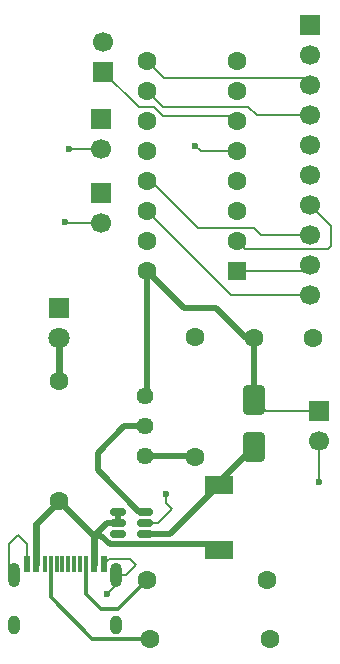
<source format=gbr>
%TF.GenerationSoftware,KiCad,Pcbnew,9.0.7*%
%TF.CreationDate,2026-02-13T16:28:25+02:00*%
%TF.ProjectId,second,7365636f-6e64-42e6-9b69-6361645f7063,rev?*%
%TF.SameCoordinates,Original*%
%TF.FileFunction,Copper,L1,Top*%
%TF.FilePolarity,Positive*%
%FSLAX46Y46*%
G04 Gerber Fmt 4.6, Leading zero omitted, Abs format (unit mm)*
G04 Created by KiCad (PCBNEW 9.0.7) date 2026-02-13 16:28:25*
%MOMM*%
%LPD*%
G01*
G04 APERTURE LIST*
G04 Aperture macros list*
%AMRoundRect*
0 Rectangle with rounded corners*
0 $1 Rounding radius*
0 $2 $3 $4 $5 $6 $7 $8 $9 X,Y pos of 4 corners*
0 Add a 4 corners polygon primitive as box body*
4,1,4,$2,$3,$4,$5,$6,$7,$8,$9,$2,$3,0*
0 Add four circle primitives for the rounded corners*
1,1,$1+$1,$2,$3*
1,1,$1+$1,$4,$5*
1,1,$1+$1,$6,$7*
1,1,$1+$1,$8,$9*
0 Add four rect primitives between the rounded corners*
20,1,$1+$1,$2,$3,$4,$5,0*
20,1,$1+$1,$4,$5,$6,$7,0*
20,1,$1+$1,$6,$7,$8,$9,0*
20,1,$1+$1,$8,$9,$2,$3,0*%
G04 Aperture macros list end*
%TA.AperFunction,ComponentPad*%
%ADD10R,1.700000X1.700000*%
%TD*%
%TA.AperFunction,ComponentPad*%
%ADD11C,1.700000*%
%TD*%
%TA.AperFunction,SMDPad,CuDef*%
%ADD12RoundRect,0.150000X0.512500X0.150000X-0.512500X0.150000X-0.512500X-0.150000X0.512500X-0.150000X0*%
%TD*%
%TA.AperFunction,SMDPad,CuDef*%
%ADD13R,2.400000X1.500000*%
%TD*%
%TA.AperFunction,ComponentPad*%
%ADD14C,1.600000*%
%TD*%
%TA.AperFunction,SMDPad,CuDef*%
%ADD15RoundRect,0.250000X-0.650000X1.000000X-0.650000X-1.000000X0.650000X-1.000000X0.650000X1.000000X0*%
%TD*%
%TA.AperFunction,SMDPad,CuDef*%
%ADD16R,0.600000X1.450000*%
%TD*%
%TA.AperFunction,SMDPad,CuDef*%
%ADD17R,0.300000X1.450000*%
%TD*%
%TA.AperFunction,HeatsinkPad*%
%ADD18O,1.000000X2.100000*%
%TD*%
%TA.AperFunction,HeatsinkPad*%
%ADD19O,1.000000X1.600000*%
%TD*%
%TA.AperFunction,ComponentPad*%
%ADD20C,1.440000*%
%TD*%
%TA.AperFunction,ComponentPad*%
%ADD21R,1.800000X1.800000*%
%TD*%
%TA.AperFunction,ComponentPad*%
%ADD22C,1.800000*%
%TD*%
%TA.AperFunction,ComponentPad*%
%ADD23RoundRect,0.250000X0.550000X0.550000X-0.550000X0.550000X-0.550000X-0.550000X0.550000X-0.550000X0*%
%TD*%
%TA.AperFunction,ViaPad*%
%ADD24C,0.600000*%
%TD*%
%TA.AperFunction,Conductor*%
%ADD25C,0.200000*%
%TD*%
%TA.AperFunction,Conductor*%
%ADD26C,0.600000*%
%TD*%
%TA.AperFunction,Conductor*%
%ADD27C,0.500000*%
%TD*%
%TA.AperFunction,Conductor*%
%ADD28C,0.300000*%
%TD*%
G04 APERTURE END LIST*
D10*
%TO.P,J1,1,Pin_1*%
%TO.N,VDD*%
X113000000Y-124460000D03*
D11*
%TO.P,J1,2,Pin_2*%
%TO.N,gnd*%
X113000000Y-127000000D03*
%TD*%
D12*
%TO.P,U2,1,SW*%
%TO.N,/sw*%
X98250000Y-134900000D03*
%TO.P,U2,2,GND*%
%TO.N,gnd*%
X98250000Y-133950000D03*
%TO.P,U2,3,FB*%
%TO.N,/fb*%
X98250000Y-133000000D03*
%TO.P,U2,4,EN*%
%TO.N,/bus*%
X95975000Y-133000000D03*
%TO.P,U2,5,IN*%
X95975000Y-133950000D03*
%TO.P,U2,6,NC*%
%TO.N,unconnected-(U2-NC-Pad6)*%
X95975000Y-134900000D03*
%TD*%
D10*
%TO.P,J2,1,Pin_1*%
%TO.N,/C1*%
X94725000Y-95750000D03*
D11*
%TO.P,J2,2,Pin_2*%
%TO.N,/C2*%
X94725000Y-93210000D03*
%TD*%
D13*
%TO.P,L2,1,1*%
%TO.N,/bus*%
X104500000Y-136250000D03*
%TO.P,L2,2,2*%
%TO.N,/sw*%
X104500000Y-130750000D03*
%TD*%
D14*
%TO.P,Rcc1,1*%
%TO.N,/A5*%
X98670000Y-143750000D03*
%TO.P,Rcc1,2*%
%TO.N,gnd*%
X108830000Y-143750000D03*
%TD*%
%TO.P,R2,1*%
%TO.N,Net-(D2-A)*%
X91000000Y-121920000D03*
%TO.P,R2,2*%
%TO.N,/bus*%
X91000000Y-132080000D03*
%TD*%
D15*
%TO.P,D1,1,K*%
%TO.N,VDD*%
X107500000Y-123500000D03*
%TO.P,D1,2,A*%
%TO.N,/sw*%
X107500000Y-127500000D03*
%TD*%
D14*
%TO.P,C1,1*%
%TO.N,VDD*%
X107500000Y-118250000D03*
%TO.P,C1,2*%
%TO.N,gnd*%
X112500000Y-118250000D03*
%TD*%
D10*
%TO.P,J3,1,Pin_1*%
%TO.N,/R1*%
X94525000Y-99750000D03*
D11*
%TO.P,J3,2,Pin_2*%
%TO.N,gnd*%
X94525000Y-102290000D03*
%TD*%
D14*
%TO.P,R1,1*%
%TO.N,Net-(R1-Pad1)*%
X102500000Y-128330000D03*
%TO.P,R1,2*%
%TO.N,gnd*%
X102500000Y-118170000D03*
%TD*%
D16*
%TO.P,J6,A1,GND*%
%TO.N,gnd*%
X88250000Y-137455000D03*
%TO.P,J6,A4,VBUS*%
%TO.N,/bus*%
X89050000Y-137455000D03*
D17*
%TO.P,J6,A5,CC1*%
%TO.N,/A5*%
X90250000Y-137455000D03*
%TO.P,J6,A6,D+*%
%TO.N,unconnected-(J6-D+-PadA6)*%
X91250000Y-137455000D03*
%TO.P,J6,A7,D-*%
%TO.N,unconnected-(J6-D--PadA7)*%
X91750000Y-137455000D03*
%TO.P,J6,A8*%
%TO.N,N/C*%
X92750000Y-137455000D03*
D16*
%TO.P,J6,A9,VBUS*%
%TO.N,/bus*%
X93950000Y-137455000D03*
%TO.P,J6,A12,GND*%
%TO.N,gnd*%
X94750000Y-137455000D03*
%TO.P,J6,B1,GND*%
X94750000Y-137455000D03*
%TO.P,J6,B4,VBUS*%
%TO.N,/bus*%
X93950000Y-137455000D03*
D17*
%TO.P,J6,B5,CC2*%
%TO.N,/B5*%
X93250000Y-137455000D03*
%TO.P,J6,B6,D+*%
%TO.N,unconnected-(J6-D+-PadB6)*%
X92250000Y-137455000D03*
%TO.P,J6,B7,D-*%
%TO.N,unconnected-(J6-D--PadB7)*%
X90750000Y-137455000D03*
%TO.P,J6,B8*%
%TO.N,N/C*%
X89750000Y-137455000D03*
D16*
%TO.P,J6,B9,VBUS*%
%TO.N,/bus*%
X89050000Y-137455000D03*
%TO.P,J6,B12,GND*%
%TO.N,gnd*%
X88250000Y-137455000D03*
D18*
%TO.P,J6,S1,SHIELD*%
X87180000Y-138370000D03*
D19*
X87180000Y-142550000D03*
D18*
X95820000Y-138370000D03*
D19*
X95820000Y-142550000D03*
%TD*%
D20*
%TO.P,RV1,1,1*%
%TO.N,VDD*%
X98245000Y-123210000D03*
%TO.P,RV1,2,2*%
%TO.N,/fb*%
X98245000Y-125750000D03*
%TO.P,RV1,3,3*%
%TO.N,Net-(R1-Pad1)*%
X98245000Y-128290000D03*
%TD*%
D21*
%TO.P,D2,1,K*%
%TO.N,gnd*%
X91000000Y-115725000D03*
D22*
%TO.P,D2,2,A*%
%TO.N,Net-(D2-A)*%
X91000000Y-118265000D03*
%TD*%
D14*
%TO.P,Rcc2,1*%
%TO.N,/B5*%
X98420000Y-138750000D03*
%TO.P,Rcc2,2*%
%TO.N,gnd*%
X108580000Y-138750000D03*
%TD*%
D10*
%TO.P,J5,1,Pin_1*%
%TO.N,/FOUT*%
X112250000Y-91820000D03*
D11*
%TO.P,J5,2,Pin_2*%
%TO.N,/RefIn*%
X112250000Y-94360000D03*
%TO.P,J5,3,Pin_3*%
%TO.N,/VCOin*%
X112250000Y-96900000D03*
%TO.P,J5,4,Pin_4*%
%TO.N,/SFout*%
X112250000Y-99440000D03*
%TO.P,J5,5,Pin_5*%
%TO.N,/Zout*%
X112250000Y-101980000D03*
%TO.P,J5,6,Pin_6*%
%TO.N,VDD*%
X112250000Y-104520000D03*
%TO.P,J5,7,Pin_7*%
%TO.N,/PC1*%
X112250000Y-107060000D03*
%TO.P,J5,8,Pin_8*%
%TO.N,/PC2*%
X112250000Y-109600000D03*
%TO.P,J5,9,Pin_9*%
%TO.N,/PCP*%
X112250000Y-112140000D03*
%TO.P,J5,10,Pin_10*%
%TO.N,/sigin*%
X112250000Y-114680000D03*
%TD*%
D23*
%TO.P,U1,1,PCP*%
%TO.N,/PCP*%
X106055000Y-112640000D03*
D14*
%TO.P,U1,2,PC1*%
%TO.N,/PC1*%
X106055000Y-110100000D03*
%TO.P,U1,3,RefIn*%
%TO.N,/RefIn*%
X106055000Y-107560000D03*
%TO.P,U1,4,FOUT*%
%TO.N,/FOUT*%
X106055000Y-105020000D03*
%TO.P,U1,5,Inh*%
%TO.N,gnd*%
X106055000Y-102480000D03*
%TO.P,U1,6,C1*%
%TO.N,/C1*%
X106055000Y-99940000D03*
%TO.P,U1,7,C2*%
%TO.N,/C2*%
X106055000Y-97400000D03*
%TO.P,U1,8,VSS*%
%TO.N,gnd*%
X106055000Y-94860000D03*
%TO.P,U1,9,VCOin*%
%TO.N,/VCOin*%
X98435000Y-94860000D03*
%TO.P,U1,10,SFout*%
%TO.N,/SFout*%
X98435000Y-97400000D03*
%TO.P,U1,11,R1*%
%TO.N,/R1*%
X98435000Y-99940000D03*
%TO.P,U1,12,R2*%
%TO.N,/R2*%
X98435000Y-102480000D03*
%TO.P,U1,13,PC2*%
%TO.N,/PC2*%
X98435000Y-105020000D03*
%TO.P,U1,14,SigIn*%
%TO.N,/sigin*%
X98435000Y-107560000D03*
%TO.P,U1,15,ZOUT*%
%TO.N,/Zout*%
X98435000Y-110100000D03*
%TO.P,U1,16,VDD*%
%TO.N,VDD*%
X98435000Y-112640000D03*
%TD*%
D10*
%TO.P,J4,1,Pin_1*%
%TO.N,/R2*%
X94525000Y-106000000D03*
D11*
%TO.P,J4,2,Pin_2*%
%TO.N,gnd*%
X94525000Y-108540000D03*
%TD*%
D24*
%TO.N,gnd*%
X113000000Y-130500000D03*
X91500000Y-108500000D03*
X95000000Y-140000000D03*
X102500000Y-102000000D03*
X100000000Y-131500000D03*
X91790000Y-102290000D03*
%TD*%
D25*
%TO.N,VDD*%
X107500000Y-123500000D02*
X108460000Y-124460000D01*
X108460000Y-124460000D02*
X113000000Y-124460000D01*
%TO.N,gnd*%
X113000000Y-127000000D02*
X113000000Y-130500000D01*
X94525000Y-102290000D02*
X91790000Y-102290000D01*
X86750000Y-137940000D02*
X87180000Y-138370000D01*
X87500000Y-135000000D02*
X86750000Y-135750000D01*
X102980000Y-102480000D02*
X102500000Y-102000000D01*
X86750000Y-135750000D02*
X86750000Y-137940000D01*
X106055000Y-102480000D02*
X102980000Y-102480000D01*
X95820000Y-138370000D02*
X95820000Y-139180000D01*
X96630000Y-138370000D02*
X95820000Y-138370000D01*
X94750000Y-137455000D02*
X95205000Y-137000000D01*
X99300000Y-133950000D02*
X100500000Y-132750000D01*
X100000000Y-132250000D02*
X100000000Y-131500000D01*
X88250000Y-135750000D02*
X87500000Y-135000000D01*
X100500000Y-132750000D02*
X100000000Y-132250000D01*
X88250000Y-137455000D02*
X88250000Y-135750000D01*
X94525000Y-108540000D02*
X91540000Y-108540000D01*
X98250000Y-133950000D02*
X99300000Y-133950000D01*
X95205000Y-137000000D02*
X97000000Y-137000000D01*
X91540000Y-108540000D02*
X91500000Y-108500000D01*
X97500000Y-137500000D02*
X96630000Y-138370000D01*
X97000000Y-137000000D02*
X97500000Y-137500000D01*
X95820000Y-139180000D02*
X95000000Y-140000000D01*
D26*
%TO.N,Net-(D2-A)*%
X91000000Y-121920000D02*
X91000000Y-118265000D01*
D25*
%TO.N,/PCP*%
X106055000Y-112640000D02*
X111750000Y-112640000D01*
X111750000Y-112640000D02*
X112250000Y-112140000D01*
%TO.N,/VCOin*%
X111600000Y-96250000D02*
X99825000Y-96250000D01*
X99825000Y-96250000D02*
X98435000Y-94860000D01*
X112250000Y-96900000D02*
X111600000Y-96250000D01*
%TO.N,/sigin*%
X112250000Y-114680000D02*
X105555000Y-114680000D01*
X105555000Y-114680000D02*
X98435000Y-107560000D01*
%TO.N,/PC1*%
X106055000Y-110100000D02*
X106705000Y-110750000D01*
X113750000Y-110750000D02*
X114000000Y-110500000D01*
X106705000Y-110750000D02*
X113750000Y-110750000D01*
X114000000Y-108810000D02*
X112250000Y-107060000D01*
X114000000Y-110500000D02*
X114000000Y-108810000D01*
%TO.N,/PC2*%
X102750000Y-109000000D02*
X98770000Y-105020000D01*
X98770000Y-105020000D02*
X98435000Y-105020000D01*
X112250000Y-109600000D02*
X108100000Y-109600000D01*
X107500000Y-109000000D02*
X102750000Y-109000000D01*
X108100000Y-109600000D02*
X107500000Y-109000000D01*
%TO.N,/SFout*%
X112250000Y-99440000D02*
X107690000Y-99440000D01*
X107000000Y-98750000D02*
X99785000Y-98750000D01*
X107690000Y-99440000D02*
X107000000Y-98750000D01*
X99785000Y-98750000D02*
X98435000Y-97400000D01*
D27*
%TO.N,Net-(R1-Pad1)*%
X102460000Y-128290000D02*
X102500000Y-128330000D01*
X98245000Y-128290000D02*
X102460000Y-128290000D01*
%TO.N,/bus*%
X95250000Y-135750000D02*
X104000000Y-135750000D01*
D26*
X89050000Y-137455000D02*
X89050000Y-134030000D01*
D27*
X94530000Y-135030000D02*
X95250000Y-135750000D01*
X95030000Y-133950000D02*
X93950000Y-135030000D01*
D26*
X89050000Y-134030000D02*
X91000000Y-132080000D01*
D27*
X95975000Y-133950000D02*
X95030000Y-133950000D01*
X95975000Y-133000000D02*
X95975000Y-133950000D01*
D26*
X93950000Y-136000000D02*
X93950000Y-135030000D01*
D27*
X104000000Y-135750000D02*
X104500000Y-136250000D01*
D26*
X93950000Y-137455000D02*
X93950000Y-136000000D01*
X91000000Y-132080000D02*
X93950000Y-135030000D01*
D27*
X93950000Y-135030000D02*
X94530000Y-135030000D01*
%TO.N,/sw*%
X107500000Y-127500000D02*
X104500000Y-130500000D01*
X100350000Y-134900000D02*
X104500000Y-130750000D01*
X104500000Y-130500000D02*
X104500000Y-130750000D01*
X98250000Y-134900000D02*
X100350000Y-134900000D01*
%TO.N,VDD*%
X107500000Y-118250000D02*
X107500000Y-123500000D01*
X98245000Y-123210000D02*
X98535000Y-123500000D01*
X98245000Y-123210000D02*
X98435000Y-123020000D01*
X106750000Y-118250000D02*
X107500000Y-118250000D01*
X98435000Y-112640000D02*
X101545000Y-115750000D01*
X101545000Y-115750000D02*
X104250000Y-115750000D01*
X104250000Y-115750000D02*
X106750000Y-118250000D01*
X98435000Y-123020000D02*
X98435000Y-112640000D01*
D25*
%TO.N,/C1*%
X97725000Y-98750000D02*
X94725000Y-95750000D01*
X99750000Y-99500000D02*
X99000000Y-98750000D01*
X105615000Y-99500000D02*
X99750000Y-99500000D01*
X99000000Y-98750000D02*
X97725000Y-98750000D01*
X106055000Y-99940000D02*
X105615000Y-99500000D01*
D28*
%TO.N,/A5*%
X98670000Y-143750000D02*
X93750000Y-143750000D01*
X90250000Y-140250000D02*
X90250000Y-137455000D01*
X93750000Y-143750000D02*
X90250000Y-140250000D01*
%TO.N,/B5*%
X93250000Y-137455000D02*
X93250000Y-140000000D01*
X93250000Y-140000000D02*
X94500000Y-141250000D01*
X94500000Y-141250000D02*
X95920000Y-141250000D01*
X95920000Y-141250000D02*
X98420000Y-138750000D01*
D27*
%TO.N,/fb*%
X97750000Y-133000000D02*
X98250000Y-133000000D01*
X96500000Y-125750000D02*
X94250000Y-128000000D01*
X94250000Y-129500000D02*
X97750000Y-133000000D01*
X94250000Y-128000000D02*
X94250000Y-129500000D01*
X98245000Y-125750000D02*
X96500000Y-125750000D01*
%TD*%
M02*

</source>
